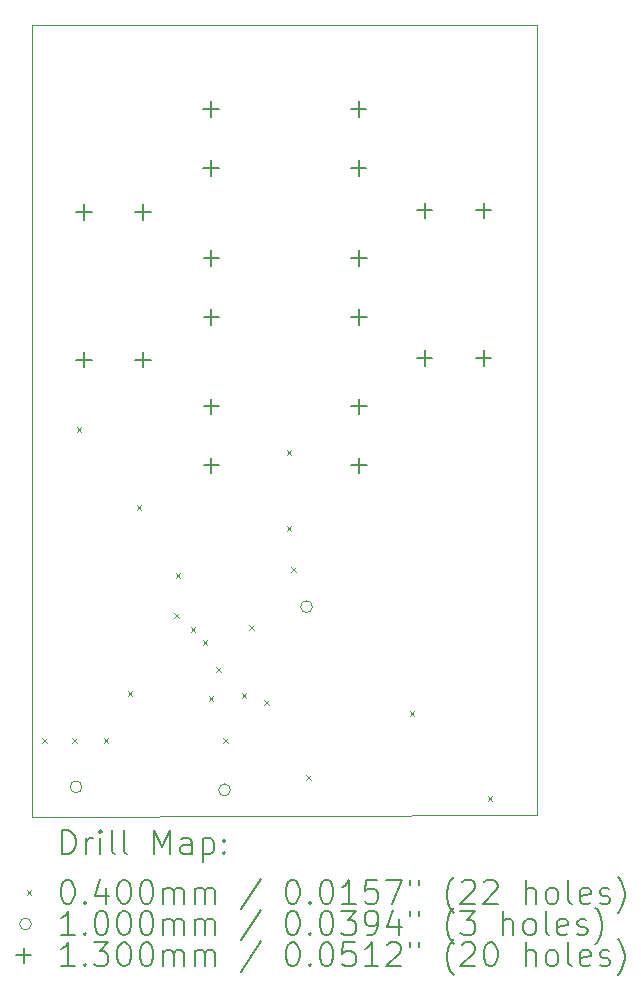
<source format=gbr>
%TF.GenerationSoftware,KiCad,Pcbnew,7.0.10*%
%TF.CreationDate,2024-03-22T23:11:15-04:00*%
%TF.ProjectId,Remote PCB,52656d6f-7465-4205-9043-422e6b696361,rev?*%
%TF.SameCoordinates,Original*%
%TF.FileFunction,Drillmap*%
%TF.FilePolarity,Positive*%
%FSLAX45Y45*%
G04 Gerber Fmt 4.5, Leading zero omitted, Abs format (unit mm)*
G04 Created by KiCad (PCBNEW 7.0.10) date 2024-03-22 23:11:15*
%MOMM*%
%LPD*%
G01*
G04 APERTURE LIST*
%ADD10C,0.100000*%
%ADD11C,0.200000*%
%ADD12C,0.130000*%
G04 APERTURE END LIST*
D10*
X5481400Y-7872300D02*
X1201500Y-7885000D01*
X1201500Y-1179400D01*
X5481400Y-1179400D01*
X5481400Y-7872300D01*
D11*
D10*
X1288100Y-7219000D02*
X1328100Y-7259000D01*
X1328100Y-7219000D02*
X1288100Y-7259000D01*
X1542100Y-7219000D02*
X1582100Y-7259000D01*
X1582100Y-7219000D02*
X1542100Y-7259000D01*
X1580200Y-4590100D02*
X1620200Y-4630100D01*
X1620200Y-4590100D02*
X1580200Y-4630100D01*
X1808800Y-7219000D02*
X1848800Y-7259000D01*
X1848800Y-7219000D02*
X1808800Y-7259000D01*
X2012000Y-6825300D02*
X2052000Y-6865300D01*
X2052000Y-6825300D02*
X2012000Y-6865300D01*
X2088200Y-5250500D02*
X2128200Y-5290500D01*
X2128200Y-5250500D02*
X2088200Y-5290500D01*
X2405700Y-6164900D02*
X2445700Y-6204900D01*
X2445700Y-6164900D02*
X2405700Y-6204900D01*
X2418400Y-5822000D02*
X2458400Y-5862000D01*
X2458400Y-5822000D02*
X2418400Y-5862000D01*
X2545400Y-6279200D02*
X2585400Y-6319200D01*
X2585400Y-6279200D02*
X2545400Y-6319200D01*
X2647000Y-6393500D02*
X2687000Y-6433500D01*
X2687000Y-6393500D02*
X2647000Y-6433500D01*
X2697800Y-6863400D02*
X2737800Y-6903400D01*
X2737800Y-6863400D02*
X2697800Y-6903400D01*
X2761300Y-6622100D02*
X2801300Y-6662100D01*
X2801300Y-6622100D02*
X2761300Y-6662100D01*
X2819200Y-7218100D02*
X2859200Y-7258100D01*
X2859200Y-7218100D02*
X2819200Y-7258100D01*
X2977200Y-6838000D02*
X3017200Y-6878000D01*
X3017200Y-6838000D02*
X2977200Y-6878000D01*
X3040700Y-6266500D02*
X3080700Y-6306500D01*
X3080700Y-6266500D02*
X3040700Y-6306500D01*
X3167700Y-6901500D02*
X3207700Y-6941500D01*
X3207700Y-6901500D02*
X3167700Y-6941500D01*
X3358200Y-4780600D02*
X3398200Y-4820600D01*
X3398200Y-4780600D02*
X3358200Y-4820600D01*
X3358200Y-5428300D02*
X3398200Y-5468300D01*
X3398200Y-5428300D02*
X3358200Y-5468300D01*
X3396300Y-5771200D02*
X3436300Y-5811200D01*
X3436300Y-5771200D02*
X3396300Y-5811200D01*
X3523300Y-7536500D02*
X3563300Y-7576500D01*
X3563300Y-7536500D02*
X3523300Y-7576500D01*
X4399600Y-6990400D02*
X4439600Y-7030400D01*
X4439600Y-6990400D02*
X4399600Y-7030400D01*
X5060000Y-7714300D02*
X5100000Y-7754300D01*
X5100000Y-7714300D02*
X5060000Y-7754300D01*
X1624800Y-7632700D02*
G75*
G03*
X1524800Y-7632700I-50000J0D01*
G01*
X1524800Y-7632700D02*
G75*
G03*
X1624800Y-7632700I50000J0D01*
G01*
X2882100Y-7658100D02*
G75*
G03*
X2782100Y-7658100I-50000J0D01*
G01*
X2782100Y-7658100D02*
G75*
G03*
X2882100Y-7658100I50000J0D01*
G01*
X3575600Y-6107000D02*
G75*
G03*
X3475600Y-6107000I-50000J0D01*
G01*
X3475600Y-6107000D02*
G75*
G03*
X3575600Y-6107000I50000J0D01*
G01*
D12*
X1642300Y-2699900D02*
X1642300Y-2829900D01*
X1577300Y-2764900D02*
X1707300Y-2764900D01*
X1642300Y-3949900D02*
X1642300Y-4079900D01*
X1577300Y-4014900D02*
X1707300Y-4014900D01*
X2142300Y-2699900D02*
X2142300Y-2829900D01*
X2077300Y-2764900D02*
X2207300Y-2764900D01*
X2142300Y-3949900D02*
X2142300Y-4079900D01*
X2077300Y-4014900D02*
X2207300Y-4014900D01*
X2716100Y-1827300D02*
X2716100Y-1957300D01*
X2651100Y-1892300D02*
X2781100Y-1892300D01*
X2716100Y-2327300D02*
X2716100Y-2457300D01*
X2651100Y-2392300D02*
X2781100Y-2392300D01*
X2719800Y-3089800D02*
X2719800Y-3219800D01*
X2654800Y-3154800D02*
X2784800Y-3154800D01*
X2719800Y-3589800D02*
X2719800Y-3719800D01*
X2654800Y-3654800D02*
X2784800Y-3654800D01*
X2719800Y-4345900D02*
X2719800Y-4475900D01*
X2654800Y-4410900D02*
X2784800Y-4410900D01*
X2719800Y-4845900D02*
X2719800Y-4975900D01*
X2654800Y-4910900D02*
X2784800Y-4910900D01*
X3966100Y-1827300D02*
X3966100Y-1957300D01*
X3901100Y-1892300D02*
X4031100Y-1892300D01*
X3966100Y-2327300D02*
X3966100Y-2457300D01*
X3901100Y-2392300D02*
X4031100Y-2392300D01*
X3969800Y-3089800D02*
X3969800Y-3219800D01*
X3904800Y-3154800D02*
X4034800Y-3154800D01*
X3969800Y-3589800D02*
X3969800Y-3719800D01*
X3904800Y-3654800D02*
X4034800Y-3654800D01*
X3969800Y-4345900D02*
X3969800Y-4475900D01*
X3904800Y-4410900D02*
X4034800Y-4410900D01*
X3969800Y-4845900D02*
X3969800Y-4975900D01*
X3904800Y-4910900D02*
X4034800Y-4910900D01*
X4525200Y-2687200D02*
X4525200Y-2817200D01*
X4460200Y-2752200D02*
X4590200Y-2752200D01*
X4525200Y-3937200D02*
X4525200Y-4067200D01*
X4460200Y-4002200D02*
X4590200Y-4002200D01*
X5025200Y-2687200D02*
X5025200Y-2817200D01*
X4960200Y-2752200D02*
X5090200Y-2752200D01*
X5025200Y-3937200D02*
X5025200Y-4067200D01*
X4960200Y-4002200D02*
X5090200Y-4002200D01*
D11*
X1457277Y-8201484D02*
X1457277Y-8001484D01*
X1457277Y-8001484D02*
X1504896Y-8001484D01*
X1504896Y-8001484D02*
X1533467Y-8011008D01*
X1533467Y-8011008D02*
X1552515Y-8030055D01*
X1552515Y-8030055D02*
X1562039Y-8049103D01*
X1562039Y-8049103D02*
X1571562Y-8087198D01*
X1571562Y-8087198D02*
X1571562Y-8115769D01*
X1571562Y-8115769D02*
X1562039Y-8153865D01*
X1562039Y-8153865D02*
X1552515Y-8172912D01*
X1552515Y-8172912D02*
X1533467Y-8191960D01*
X1533467Y-8191960D02*
X1504896Y-8201484D01*
X1504896Y-8201484D02*
X1457277Y-8201484D01*
X1657277Y-8201484D02*
X1657277Y-8068150D01*
X1657277Y-8106246D02*
X1666801Y-8087198D01*
X1666801Y-8087198D02*
X1676324Y-8077674D01*
X1676324Y-8077674D02*
X1695372Y-8068150D01*
X1695372Y-8068150D02*
X1714420Y-8068150D01*
X1781086Y-8201484D02*
X1781086Y-8068150D01*
X1781086Y-8001484D02*
X1771562Y-8011008D01*
X1771562Y-8011008D02*
X1781086Y-8020531D01*
X1781086Y-8020531D02*
X1790610Y-8011008D01*
X1790610Y-8011008D02*
X1781086Y-8001484D01*
X1781086Y-8001484D02*
X1781086Y-8020531D01*
X1904896Y-8201484D02*
X1885848Y-8191960D01*
X1885848Y-8191960D02*
X1876324Y-8172912D01*
X1876324Y-8172912D02*
X1876324Y-8001484D01*
X2009658Y-8201484D02*
X1990610Y-8191960D01*
X1990610Y-8191960D02*
X1981086Y-8172912D01*
X1981086Y-8172912D02*
X1981086Y-8001484D01*
X2238229Y-8201484D02*
X2238229Y-8001484D01*
X2238229Y-8001484D02*
X2304896Y-8144341D01*
X2304896Y-8144341D02*
X2371563Y-8001484D01*
X2371563Y-8001484D02*
X2371563Y-8201484D01*
X2552515Y-8201484D02*
X2552515Y-8096722D01*
X2552515Y-8096722D02*
X2542991Y-8077674D01*
X2542991Y-8077674D02*
X2523944Y-8068150D01*
X2523944Y-8068150D02*
X2485848Y-8068150D01*
X2485848Y-8068150D02*
X2466801Y-8077674D01*
X2552515Y-8191960D02*
X2533467Y-8201484D01*
X2533467Y-8201484D02*
X2485848Y-8201484D01*
X2485848Y-8201484D02*
X2466801Y-8191960D01*
X2466801Y-8191960D02*
X2457277Y-8172912D01*
X2457277Y-8172912D02*
X2457277Y-8153865D01*
X2457277Y-8153865D02*
X2466801Y-8134817D01*
X2466801Y-8134817D02*
X2485848Y-8125293D01*
X2485848Y-8125293D02*
X2533467Y-8125293D01*
X2533467Y-8125293D02*
X2552515Y-8115769D01*
X2647753Y-8068150D02*
X2647753Y-8268150D01*
X2647753Y-8077674D02*
X2666801Y-8068150D01*
X2666801Y-8068150D02*
X2704896Y-8068150D01*
X2704896Y-8068150D02*
X2723944Y-8077674D01*
X2723944Y-8077674D02*
X2733467Y-8087198D01*
X2733467Y-8087198D02*
X2742991Y-8106246D01*
X2742991Y-8106246D02*
X2742991Y-8163388D01*
X2742991Y-8163388D02*
X2733467Y-8182436D01*
X2733467Y-8182436D02*
X2723944Y-8191960D01*
X2723944Y-8191960D02*
X2704896Y-8201484D01*
X2704896Y-8201484D02*
X2666801Y-8201484D01*
X2666801Y-8201484D02*
X2647753Y-8191960D01*
X2828705Y-8182436D02*
X2838229Y-8191960D01*
X2838229Y-8191960D02*
X2828705Y-8201484D01*
X2828705Y-8201484D02*
X2819182Y-8191960D01*
X2819182Y-8191960D02*
X2828705Y-8182436D01*
X2828705Y-8182436D02*
X2828705Y-8201484D01*
X2828705Y-8077674D02*
X2838229Y-8087198D01*
X2838229Y-8087198D02*
X2828705Y-8096722D01*
X2828705Y-8096722D02*
X2819182Y-8087198D01*
X2819182Y-8087198D02*
X2828705Y-8077674D01*
X2828705Y-8077674D02*
X2828705Y-8096722D01*
D10*
X1156500Y-8510000D02*
X1196500Y-8550000D01*
X1196500Y-8510000D02*
X1156500Y-8550000D01*
D11*
X1495372Y-8421484D02*
X1514420Y-8421484D01*
X1514420Y-8421484D02*
X1533467Y-8431008D01*
X1533467Y-8431008D02*
X1542991Y-8440531D01*
X1542991Y-8440531D02*
X1552515Y-8459579D01*
X1552515Y-8459579D02*
X1562039Y-8497674D01*
X1562039Y-8497674D02*
X1562039Y-8545293D01*
X1562039Y-8545293D02*
X1552515Y-8583389D01*
X1552515Y-8583389D02*
X1542991Y-8602436D01*
X1542991Y-8602436D02*
X1533467Y-8611960D01*
X1533467Y-8611960D02*
X1514420Y-8621484D01*
X1514420Y-8621484D02*
X1495372Y-8621484D01*
X1495372Y-8621484D02*
X1476324Y-8611960D01*
X1476324Y-8611960D02*
X1466801Y-8602436D01*
X1466801Y-8602436D02*
X1457277Y-8583389D01*
X1457277Y-8583389D02*
X1447753Y-8545293D01*
X1447753Y-8545293D02*
X1447753Y-8497674D01*
X1447753Y-8497674D02*
X1457277Y-8459579D01*
X1457277Y-8459579D02*
X1466801Y-8440531D01*
X1466801Y-8440531D02*
X1476324Y-8431008D01*
X1476324Y-8431008D02*
X1495372Y-8421484D01*
X1647753Y-8602436D02*
X1657277Y-8611960D01*
X1657277Y-8611960D02*
X1647753Y-8621484D01*
X1647753Y-8621484D02*
X1638229Y-8611960D01*
X1638229Y-8611960D02*
X1647753Y-8602436D01*
X1647753Y-8602436D02*
X1647753Y-8621484D01*
X1828705Y-8488150D02*
X1828705Y-8621484D01*
X1781086Y-8411960D02*
X1733467Y-8554817D01*
X1733467Y-8554817D02*
X1857277Y-8554817D01*
X1971562Y-8421484D02*
X1990610Y-8421484D01*
X1990610Y-8421484D02*
X2009658Y-8431008D01*
X2009658Y-8431008D02*
X2019182Y-8440531D01*
X2019182Y-8440531D02*
X2028705Y-8459579D01*
X2028705Y-8459579D02*
X2038229Y-8497674D01*
X2038229Y-8497674D02*
X2038229Y-8545293D01*
X2038229Y-8545293D02*
X2028705Y-8583389D01*
X2028705Y-8583389D02*
X2019182Y-8602436D01*
X2019182Y-8602436D02*
X2009658Y-8611960D01*
X2009658Y-8611960D02*
X1990610Y-8621484D01*
X1990610Y-8621484D02*
X1971562Y-8621484D01*
X1971562Y-8621484D02*
X1952515Y-8611960D01*
X1952515Y-8611960D02*
X1942991Y-8602436D01*
X1942991Y-8602436D02*
X1933467Y-8583389D01*
X1933467Y-8583389D02*
X1923943Y-8545293D01*
X1923943Y-8545293D02*
X1923943Y-8497674D01*
X1923943Y-8497674D02*
X1933467Y-8459579D01*
X1933467Y-8459579D02*
X1942991Y-8440531D01*
X1942991Y-8440531D02*
X1952515Y-8431008D01*
X1952515Y-8431008D02*
X1971562Y-8421484D01*
X2162039Y-8421484D02*
X2181086Y-8421484D01*
X2181086Y-8421484D02*
X2200134Y-8431008D01*
X2200134Y-8431008D02*
X2209658Y-8440531D01*
X2209658Y-8440531D02*
X2219182Y-8459579D01*
X2219182Y-8459579D02*
X2228705Y-8497674D01*
X2228705Y-8497674D02*
X2228705Y-8545293D01*
X2228705Y-8545293D02*
X2219182Y-8583389D01*
X2219182Y-8583389D02*
X2209658Y-8602436D01*
X2209658Y-8602436D02*
X2200134Y-8611960D01*
X2200134Y-8611960D02*
X2181086Y-8621484D01*
X2181086Y-8621484D02*
X2162039Y-8621484D01*
X2162039Y-8621484D02*
X2142991Y-8611960D01*
X2142991Y-8611960D02*
X2133467Y-8602436D01*
X2133467Y-8602436D02*
X2123944Y-8583389D01*
X2123944Y-8583389D02*
X2114420Y-8545293D01*
X2114420Y-8545293D02*
X2114420Y-8497674D01*
X2114420Y-8497674D02*
X2123944Y-8459579D01*
X2123944Y-8459579D02*
X2133467Y-8440531D01*
X2133467Y-8440531D02*
X2142991Y-8431008D01*
X2142991Y-8431008D02*
X2162039Y-8421484D01*
X2314420Y-8621484D02*
X2314420Y-8488150D01*
X2314420Y-8507198D02*
X2323944Y-8497674D01*
X2323944Y-8497674D02*
X2342991Y-8488150D01*
X2342991Y-8488150D02*
X2371563Y-8488150D01*
X2371563Y-8488150D02*
X2390610Y-8497674D01*
X2390610Y-8497674D02*
X2400134Y-8516722D01*
X2400134Y-8516722D02*
X2400134Y-8621484D01*
X2400134Y-8516722D02*
X2409658Y-8497674D01*
X2409658Y-8497674D02*
X2428705Y-8488150D01*
X2428705Y-8488150D02*
X2457277Y-8488150D01*
X2457277Y-8488150D02*
X2476325Y-8497674D01*
X2476325Y-8497674D02*
X2485848Y-8516722D01*
X2485848Y-8516722D02*
X2485848Y-8621484D01*
X2581086Y-8621484D02*
X2581086Y-8488150D01*
X2581086Y-8507198D02*
X2590610Y-8497674D01*
X2590610Y-8497674D02*
X2609658Y-8488150D01*
X2609658Y-8488150D02*
X2638229Y-8488150D01*
X2638229Y-8488150D02*
X2657277Y-8497674D01*
X2657277Y-8497674D02*
X2666801Y-8516722D01*
X2666801Y-8516722D02*
X2666801Y-8621484D01*
X2666801Y-8516722D02*
X2676325Y-8497674D01*
X2676325Y-8497674D02*
X2695372Y-8488150D01*
X2695372Y-8488150D02*
X2723944Y-8488150D01*
X2723944Y-8488150D02*
X2742991Y-8497674D01*
X2742991Y-8497674D02*
X2752515Y-8516722D01*
X2752515Y-8516722D02*
X2752515Y-8621484D01*
X3142991Y-8411960D02*
X2971563Y-8669103D01*
X3400134Y-8421484D02*
X3419182Y-8421484D01*
X3419182Y-8421484D02*
X3438229Y-8431008D01*
X3438229Y-8431008D02*
X3447753Y-8440531D01*
X3447753Y-8440531D02*
X3457277Y-8459579D01*
X3457277Y-8459579D02*
X3466801Y-8497674D01*
X3466801Y-8497674D02*
X3466801Y-8545293D01*
X3466801Y-8545293D02*
X3457277Y-8583389D01*
X3457277Y-8583389D02*
X3447753Y-8602436D01*
X3447753Y-8602436D02*
X3438229Y-8611960D01*
X3438229Y-8611960D02*
X3419182Y-8621484D01*
X3419182Y-8621484D02*
X3400134Y-8621484D01*
X3400134Y-8621484D02*
X3381086Y-8611960D01*
X3381086Y-8611960D02*
X3371563Y-8602436D01*
X3371563Y-8602436D02*
X3362039Y-8583389D01*
X3362039Y-8583389D02*
X3352515Y-8545293D01*
X3352515Y-8545293D02*
X3352515Y-8497674D01*
X3352515Y-8497674D02*
X3362039Y-8459579D01*
X3362039Y-8459579D02*
X3371563Y-8440531D01*
X3371563Y-8440531D02*
X3381086Y-8431008D01*
X3381086Y-8431008D02*
X3400134Y-8421484D01*
X3552515Y-8602436D02*
X3562039Y-8611960D01*
X3562039Y-8611960D02*
X3552515Y-8621484D01*
X3552515Y-8621484D02*
X3542991Y-8611960D01*
X3542991Y-8611960D02*
X3552515Y-8602436D01*
X3552515Y-8602436D02*
X3552515Y-8621484D01*
X3685848Y-8421484D02*
X3704896Y-8421484D01*
X3704896Y-8421484D02*
X3723944Y-8431008D01*
X3723944Y-8431008D02*
X3733467Y-8440531D01*
X3733467Y-8440531D02*
X3742991Y-8459579D01*
X3742991Y-8459579D02*
X3752515Y-8497674D01*
X3752515Y-8497674D02*
X3752515Y-8545293D01*
X3752515Y-8545293D02*
X3742991Y-8583389D01*
X3742991Y-8583389D02*
X3733467Y-8602436D01*
X3733467Y-8602436D02*
X3723944Y-8611960D01*
X3723944Y-8611960D02*
X3704896Y-8621484D01*
X3704896Y-8621484D02*
X3685848Y-8621484D01*
X3685848Y-8621484D02*
X3666801Y-8611960D01*
X3666801Y-8611960D02*
X3657277Y-8602436D01*
X3657277Y-8602436D02*
X3647753Y-8583389D01*
X3647753Y-8583389D02*
X3638229Y-8545293D01*
X3638229Y-8545293D02*
X3638229Y-8497674D01*
X3638229Y-8497674D02*
X3647753Y-8459579D01*
X3647753Y-8459579D02*
X3657277Y-8440531D01*
X3657277Y-8440531D02*
X3666801Y-8431008D01*
X3666801Y-8431008D02*
X3685848Y-8421484D01*
X3942991Y-8621484D02*
X3828706Y-8621484D01*
X3885848Y-8621484D02*
X3885848Y-8421484D01*
X3885848Y-8421484D02*
X3866801Y-8450055D01*
X3866801Y-8450055D02*
X3847753Y-8469103D01*
X3847753Y-8469103D02*
X3828706Y-8478627D01*
X4123944Y-8421484D02*
X4028706Y-8421484D01*
X4028706Y-8421484D02*
X4019182Y-8516722D01*
X4019182Y-8516722D02*
X4028706Y-8507198D01*
X4028706Y-8507198D02*
X4047753Y-8497674D01*
X4047753Y-8497674D02*
X4095372Y-8497674D01*
X4095372Y-8497674D02*
X4114420Y-8507198D01*
X4114420Y-8507198D02*
X4123944Y-8516722D01*
X4123944Y-8516722D02*
X4133467Y-8535770D01*
X4133467Y-8535770D02*
X4133467Y-8583389D01*
X4133467Y-8583389D02*
X4123944Y-8602436D01*
X4123944Y-8602436D02*
X4114420Y-8611960D01*
X4114420Y-8611960D02*
X4095372Y-8621484D01*
X4095372Y-8621484D02*
X4047753Y-8621484D01*
X4047753Y-8621484D02*
X4028706Y-8611960D01*
X4028706Y-8611960D02*
X4019182Y-8602436D01*
X4200134Y-8421484D02*
X4333468Y-8421484D01*
X4333468Y-8421484D02*
X4247753Y-8621484D01*
X4400134Y-8421484D02*
X4400134Y-8459579D01*
X4476325Y-8421484D02*
X4476325Y-8459579D01*
X4771563Y-8697674D02*
X4762039Y-8688150D01*
X4762039Y-8688150D02*
X4742991Y-8659579D01*
X4742991Y-8659579D02*
X4733468Y-8640531D01*
X4733468Y-8640531D02*
X4723944Y-8611960D01*
X4723944Y-8611960D02*
X4714420Y-8564341D01*
X4714420Y-8564341D02*
X4714420Y-8526246D01*
X4714420Y-8526246D02*
X4723944Y-8478627D01*
X4723944Y-8478627D02*
X4733468Y-8450055D01*
X4733468Y-8450055D02*
X4742991Y-8431008D01*
X4742991Y-8431008D02*
X4762039Y-8402436D01*
X4762039Y-8402436D02*
X4771563Y-8392912D01*
X4838230Y-8440531D02*
X4847753Y-8431008D01*
X4847753Y-8431008D02*
X4866801Y-8421484D01*
X4866801Y-8421484D02*
X4914420Y-8421484D01*
X4914420Y-8421484D02*
X4933468Y-8431008D01*
X4933468Y-8431008D02*
X4942991Y-8440531D01*
X4942991Y-8440531D02*
X4952515Y-8459579D01*
X4952515Y-8459579D02*
X4952515Y-8478627D01*
X4952515Y-8478627D02*
X4942991Y-8507198D01*
X4942991Y-8507198D02*
X4828706Y-8621484D01*
X4828706Y-8621484D02*
X4952515Y-8621484D01*
X5028706Y-8440531D02*
X5038230Y-8431008D01*
X5038230Y-8431008D02*
X5057277Y-8421484D01*
X5057277Y-8421484D02*
X5104896Y-8421484D01*
X5104896Y-8421484D02*
X5123944Y-8431008D01*
X5123944Y-8431008D02*
X5133468Y-8440531D01*
X5133468Y-8440531D02*
X5142991Y-8459579D01*
X5142991Y-8459579D02*
X5142991Y-8478627D01*
X5142991Y-8478627D02*
X5133468Y-8507198D01*
X5133468Y-8507198D02*
X5019182Y-8621484D01*
X5019182Y-8621484D02*
X5142991Y-8621484D01*
X5381087Y-8621484D02*
X5381087Y-8421484D01*
X5466801Y-8621484D02*
X5466801Y-8516722D01*
X5466801Y-8516722D02*
X5457277Y-8497674D01*
X5457277Y-8497674D02*
X5438230Y-8488150D01*
X5438230Y-8488150D02*
X5409658Y-8488150D01*
X5409658Y-8488150D02*
X5390611Y-8497674D01*
X5390611Y-8497674D02*
X5381087Y-8507198D01*
X5590611Y-8621484D02*
X5571563Y-8611960D01*
X5571563Y-8611960D02*
X5562039Y-8602436D01*
X5562039Y-8602436D02*
X5552515Y-8583389D01*
X5552515Y-8583389D02*
X5552515Y-8526246D01*
X5552515Y-8526246D02*
X5562039Y-8507198D01*
X5562039Y-8507198D02*
X5571563Y-8497674D01*
X5571563Y-8497674D02*
X5590611Y-8488150D01*
X5590611Y-8488150D02*
X5619182Y-8488150D01*
X5619182Y-8488150D02*
X5638230Y-8497674D01*
X5638230Y-8497674D02*
X5647753Y-8507198D01*
X5647753Y-8507198D02*
X5657277Y-8526246D01*
X5657277Y-8526246D02*
X5657277Y-8583389D01*
X5657277Y-8583389D02*
X5647753Y-8602436D01*
X5647753Y-8602436D02*
X5638230Y-8611960D01*
X5638230Y-8611960D02*
X5619182Y-8621484D01*
X5619182Y-8621484D02*
X5590611Y-8621484D01*
X5771563Y-8621484D02*
X5752515Y-8611960D01*
X5752515Y-8611960D02*
X5742991Y-8592912D01*
X5742991Y-8592912D02*
X5742991Y-8421484D01*
X5923944Y-8611960D02*
X5904896Y-8621484D01*
X5904896Y-8621484D02*
X5866801Y-8621484D01*
X5866801Y-8621484D02*
X5847753Y-8611960D01*
X5847753Y-8611960D02*
X5838230Y-8592912D01*
X5838230Y-8592912D02*
X5838230Y-8516722D01*
X5838230Y-8516722D02*
X5847753Y-8497674D01*
X5847753Y-8497674D02*
X5866801Y-8488150D01*
X5866801Y-8488150D02*
X5904896Y-8488150D01*
X5904896Y-8488150D02*
X5923944Y-8497674D01*
X5923944Y-8497674D02*
X5933468Y-8516722D01*
X5933468Y-8516722D02*
X5933468Y-8535770D01*
X5933468Y-8535770D02*
X5838230Y-8554817D01*
X6009658Y-8611960D02*
X6028706Y-8621484D01*
X6028706Y-8621484D02*
X6066801Y-8621484D01*
X6066801Y-8621484D02*
X6085849Y-8611960D01*
X6085849Y-8611960D02*
X6095372Y-8592912D01*
X6095372Y-8592912D02*
X6095372Y-8583389D01*
X6095372Y-8583389D02*
X6085849Y-8564341D01*
X6085849Y-8564341D02*
X6066801Y-8554817D01*
X6066801Y-8554817D02*
X6038230Y-8554817D01*
X6038230Y-8554817D02*
X6019182Y-8545293D01*
X6019182Y-8545293D02*
X6009658Y-8526246D01*
X6009658Y-8526246D02*
X6009658Y-8516722D01*
X6009658Y-8516722D02*
X6019182Y-8497674D01*
X6019182Y-8497674D02*
X6038230Y-8488150D01*
X6038230Y-8488150D02*
X6066801Y-8488150D01*
X6066801Y-8488150D02*
X6085849Y-8497674D01*
X6162039Y-8697674D02*
X6171563Y-8688150D01*
X6171563Y-8688150D02*
X6190611Y-8659579D01*
X6190611Y-8659579D02*
X6200134Y-8640531D01*
X6200134Y-8640531D02*
X6209658Y-8611960D01*
X6209658Y-8611960D02*
X6219182Y-8564341D01*
X6219182Y-8564341D02*
X6219182Y-8526246D01*
X6219182Y-8526246D02*
X6209658Y-8478627D01*
X6209658Y-8478627D02*
X6200134Y-8450055D01*
X6200134Y-8450055D02*
X6190611Y-8431008D01*
X6190611Y-8431008D02*
X6171563Y-8402436D01*
X6171563Y-8402436D02*
X6162039Y-8392912D01*
D10*
X1196500Y-8794000D02*
G75*
G03*
X1096500Y-8794000I-50000J0D01*
G01*
X1096500Y-8794000D02*
G75*
G03*
X1196500Y-8794000I50000J0D01*
G01*
D11*
X1562039Y-8885484D02*
X1447753Y-8885484D01*
X1504896Y-8885484D02*
X1504896Y-8685484D01*
X1504896Y-8685484D02*
X1485848Y-8714055D01*
X1485848Y-8714055D02*
X1466801Y-8733103D01*
X1466801Y-8733103D02*
X1447753Y-8742627D01*
X1647753Y-8866436D02*
X1657277Y-8875960D01*
X1657277Y-8875960D02*
X1647753Y-8885484D01*
X1647753Y-8885484D02*
X1638229Y-8875960D01*
X1638229Y-8875960D02*
X1647753Y-8866436D01*
X1647753Y-8866436D02*
X1647753Y-8885484D01*
X1781086Y-8685484D02*
X1800134Y-8685484D01*
X1800134Y-8685484D02*
X1819182Y-8695008D01*
X1819182Y-8695008D02*
X1828705Y-8704531D01*
X1828705Y-8704531D02*
X1838229Y-8723579D01*
X1838229Y-8723579D02*
X1847753Y-8761674D01*
X1847753Y-8761674D02*
X1847753Y-8809293D01*
X1847753Y-8809293D02*
X1838229Y-8847389D01*
X1838229Y-8847389D02*
X1828705Y-8866436D01*
X1828705Y-8866436D02*
X1819182Y-8875960D01*
X1819182Y-8875960D02*
X1800134Y-8885484D01*
X1800134Y-8885484D02*
X1781086Y-8885484D01*
X1781086Y-8885484D02*
X1762039Y-8875960D01*
X1762039Y-8875960D02*
X1752515Y-8866436D01*
X1752515Y-8866436D02*
X1742991Y-8847389D01*
X1742991Y-8847389D02*
X1733467Y-8809293D01*
X1733467Y-8809293D02*
X1733467Y-8761674D01*
X1733467Y-8761674D02*
X1742991Y-8723579D01*
X1742991Y-8723579D02*
X1752515Y-8704531D01*
X1752515Y-8704531D02*
X1762039Y-8695008D01*
X1762039Y-8695008D02*
X1781086Y-8685484D01*
X1971562Y-8685484D02*
X1990610Y-8685484D01*
X1990610Y-8685484D02*
X2009658Y-8695008D01*
X2009658Y-8695008D02*
X2019182Y-8704531D01*
X2019182Y-8704531D02*
X2028705Y-8723579D01*
X2028705Y-8723579D02*
X2038229Y-8761674D01*
X2038229Y-8761674D02*
X2038229Y-8809293D01*
X2038229Y-8809293D02*
X2028705Y-8847389D01*
X2028705Y-8847389D02*
X2019182Y-8866436D01*
X2019182Y-8866436D02*
X2009658Y-8875960D01*
X2009658Y-8875960D02*
X1990610Y-8885484D01*
X1990610Y-8885484D02*
X1971562Y-8885484D01*
X1971562Y-8885484D02*
X1952515Y-8875960D01*
X1952515Y-8875960D02*
X1942991Y-8866436D01*
X1942991Y-8866436D02*
X1933467Y-8847389D01*
X1933467Y-8847389D02*
X1923943Y-8809293D01*
X1923943Y-8809293D02*
X1923943Y-8761674D01*
X1923943Y-8761674D02*
X1933467Y-8723579D01*
X1933467Y-8723579D02*
X1942991Y-8704531D01*
X1942991Y-8704531D02*
X1952515Y-8695008D01*
X1952515Y-8695008D02*
X1971562Y-8685484D01*
X2162039Y-8685484D02*
X2181086Y-8685484D01*
X2181086Y-8685484D02*
X2200134Y-8695008D01*
X2200134Y-8695008D02*
X2209658Y-8704531D01*
X2209658Y-8704531D02*
X2219182Y-8723579D01*
X2219182Y-8723579D02*
X2228705Y-8761674D01*
X2228705Y-8761674D02*
X2228705Y-8809293D01*
X2228705Y-8809293D02*
X2219182Y-8847389D01*
X2219182Y-8847389D02*
X2209658Y-8866436D01*
X2209658Y-8866436D02*
X2200134Y-8875960D01*
X2200134Y-8875960D02*
X2181086Y-8885484D01*
X2181086Y-8885484D02*
X2162039Y-8885484D01*
X2162039Y-8885484D02*
X2142991Y-8875960D01*
X2142991Y-8875960D02*
X2133467Y-8866436D01*
X2133467Y-8866436D02*
X2123944Y-8847389D01*
X2123944Y-8847389D02*
X2114420Y-8809293D01*
X2114420Y-8809293D02*
X2114420Y-8761674D01*
X2114420Y-8761674D02*
X2123944Y-8723579D01*
X2123944Y-8723579D02*
X2133467Y-8704531D01*
X2133467Y-8704531D02*
X2142991Y-8695008D01*
X2142991Y-8695008D02*
X2162039Y-8685484D01*
X2314420Y-8885484D02*
X2314420Y-8752150D01*
X2314420Y-8771198D02*
X2323944Y-8761674D01*
X2323944Y-8761674D02*
X2342991Y-8752150D01*
X2342991Y-8752150D02*
X2371563Y-8752150D01*
X2371563Y-8752150D02*
X2390610Y-8761674D01*
X2390610Y-8761674D02*
X2400134Y-8780722D01*
X2400134Y-8780722D02*
X2400134Y-8885484D01*
X2400134Y-8780722D02*
X2409658Y-8761674D01*
X2409658Y-8761674D02*
X2428705Y-8752150D01*
X2428705Y-8752150D02*
X2457277Y-8752150D01*
X2457277Y-8752150D02*
X2476325Y-8761674D01*
X2476325Y-8761674D02*
X2485848Y-8780722D01*
X2485848Y-8780722D02*
X2485848Y-8885484D01*
X2581086Y-8885484D02*
X2581086Y-8752150D01*
X2581086Y-8771198D02*
X2590610Y-8761674D01*
X2590610Y-8761674D02*
X2609658Y-8752150D01*
X2609658Y-8752150D02*
X2638229Y-8752150D01*
X2638229Y-8752150D02*
X2657277Y-8761674D01*
X2657277Y-8761674D02*
X2666801Y-8780722D01*
X2666801Y-8780722D02*
X2666801Y-8885484D01*
X2666801Y-8780722D02*
X2676325Y-8761674D01*
X2676325Y-8761674D02*
X2695372Y-8752150D01*
X2695372Y-8752150D02*
X2723944Y-8752150D01*
X2723944Y-8752150D02*
X2742991Y-8761674D01*
X2742991Y-8761674D02*
X2752515Y-8780722D01*
X2752515Y-8780722D02*
X2752515Y-8885484D01*
X3142991Y-8675960D02*
X2971563Y-8933103D01*
X3400134Y-8685484D02*
X3419182Y-8685484D01*
X3419182Y-8685484D02*
X3438229Y-8695008D01*
X3438229Y-8695008D02*
X3447753Y-8704531D01*
X3447753Y-8704531D02*
X3457277Y-8723579D01*
X3457277Y-8723579D02*
X3466801Y-8761674D01*
X3466801Y-8761674D02*
X3466801Y-8809293D01*
X3466801Y-8809293D02*
X3457277Y-8847389D01*
X3457277Y-8847389D02*
X3447753Y-8866436D01*
X3447753Y-8866436D02*
X3438229Y-8875960D01*
X3438229Y-8875960D02*
X3419182Y-8885484D01*
X3419182Y-8885484D02*
X3400134Y-8885484D01*
X3400134Y-8885484D02*
X3381086Y-8875960D01*
X3381086Y-8875960D02*
X3371563Y-8866436D01*
X3371563Y-8866436D02*
X3362039Y-8847389D01*
X3362039Y-8847389D02*
X3352515Y-8809293D01*
X3352515Y-8809293D02*
X3352515Y-8761674D01*
X3352515Y-8761674D02*
X3362039Y-8723579D01*
X3362039Y-8723579D02*
X3371563Y-8704531D01*
X3371563Y-8704531D02*
X3381086Y-8695008D01*
X3381086Y-8695008D02*
X3400134Y-8685484D01*
X3552515Y-8866436D02*
X3562039Y-8875960D01*
X3562039Y-8875960D02*
X3552515Y-8885484D01*
X3552515Y-8885484D02*
X3542991Y-8875960D01*
X3542991Y-8875960D02*
X3552515Y-8866436D01*
X3552515Y-8866436D02*
X3552515Y-8885484D01*
X3685848Y-8685484D02*
X3704896Y-8685484D01*
X3704896Y-8685484D02*
X3723944Y-8695008D01*
X3723944Y-8695008D02*
X3733467Y-8704531D01*
X3733467Y-8704531D02*
X3742991Y-8723579D01*
X3742991Y-8723579D02*
X3752515Y-8761674D01*
X3752515Y-8761674D02*
X3752515Y-8809293D01*
X3752515Y-8809293D02*
X3742991Y-8847389D01*
X3742991Y-8847389D02*
X3733467Y-8866436D01*
X3733467Y-8866436D02*
X3723944Y-8875960D01*
X3723944Y-8875960D02*
X3704896Y-8885484D01*
X3704896Y-8885484D02*
X3685848Y-8885484D01*
X3685848Y-8885484D02*
X3666801Y-8875960D01*
X3666801Y-8875960D02*
X3657277Y-8866436D01*
X3657277Y-8866436D02*
X3647753Y-8847389D01*
X3647753Y-8847389D02*
X3638229Y-8809293D01*
X3638229Y-8809293D02*
X3638229Y-8761674D01*
X3638229Y-8761674D02*
X3647753Y-8723579D01*
X3647753Y-8723579D02*
X3657277Y-8704531D01*
X3657277Y-8704531D02*
X3666801Y-8695008D01*
X3666801Y-8695008D02*
X3685848Y-8685484D01*
X3819182Y-8685484D02*
X3942991Y-8685484D01*
X3942991Y-8685484D02*
X3876325Y-8761674D01*
X3876325Y-8761674D02*
X3904896Y-8761674D01*
X3904896Y-8761674D02*
X3923944Y-8771198D01*
X3923944Y-8771198D02*
X3933467Y-8780722D01*
X3933467Y-8780722D02*
X3942991Y-8799770D01*
X3942991Y-8799770D02*
X3942991Y-8847389D01*
X3942991Y-8847389D02*
X3933467Y-8866436D01*
X3933467Y-8866436D02*
X3923944Y-8875960D01*
X3923944Y-8875960D02*
X3904896Y-8885484D01*
X3904896Y-8885484D02*
X3847753Y-8885484D01*
X3847753Y-8885484D02*
X3828706Y-8875960D01*
X3828706Y-8875960D02*
X3819182Y-8866436D01*
X4038229Y-8885484D02*
X4076325Y-8885484D01*
X4076325Y-8885484D02*
X4095372Y-8875960D01*
X4095372Y-8875960D02*
X4104896Y-8866436D01*
X4104896Y-8866436D02*
X4123944Y-8837865D01*
X4123944Y-8837865D02*
X4133467Y-8799770D01*
X4133467Y-8799770D02*
X4133467Y-8723579D01*
X4133467Y-8723579D02*
X4123944Y-8704531D01*
X4123944Y-8704531D02*
X4114420Y-8695008D01*
X4114420Y-8695008D02*
X4095372Y-8685484D01*
X4095372Y-8685484D02*
X4057277Y-8685484D01*
X4057277Y-8685484D02*
X4038229Y-8695008D01*
X4038229Y-8695008D02*
X4028706Y-8704531D01*
X4028706Y-8704531D02*
X4019182Y-8723579D01*
X4019182Y-8723579D02*
X4019182Y-8771198D01*
X4019182Y-8771198D02*
X4028706Y-8790246D01*
X4028706Y-8790246D02*
X4038229Y-8799770D01*
X4038229Y-8799770D02*
X4057277Y-8809293D01*
X4057277Y-8809293D02*
X4095372Y-8809293D01*
X4095372Y-8809293D02*
X4114420Y-8799770D01*
X4114420Y-8799770D02*
X4123944Y-8790246D01*
X4123944Y-8790246D02*
X4133467Y-8771198D01*
X4304896Y-8752150D02*
X4304896Y-8885484D01*
X4257277Y-8675960D02*
X4209658Y-8818817D01*
X4209658Y-8818817D02*
X4333468Y-8818817D01*
X4400134Y-8685484D02*
X4400134Y-8723579D01*
X4476325Y-8685484D02*
X4476325Y-8723579D01*
X4771563Y-8961674D02*
X4762039Y-8952150D01*
X4762039Y-8952150D02*
X4742991Y-8923579D01*
X4742991Y-8923579D02*
X4733468Y-8904531D01*
X4733468Y-8904531D02*
X4723944Y-8875960D01*
X4723944Y-8875960D02*
X4714420Y-8828341D01*
X4714420Y-8828341D02*
X4714420Y-8790246D01*
X4714420Y-8790246D02*
X4723944Y-8742627D01*
X4723944Y-8742627D02*
X4733468Y-8714055D01*
X4733468Y-8714055D02*
X4742991Y-8695008D01*
X4742991Y-8695008D02*
X4762039Y-8666436D01*
X4762039Y-8666436D02*
X4771563Y-8656912D01*
X4828706Y-8685484D02*
X4952515Y-8685484D01*
X4952515Y-8685484D02*
X4885849Y-8761674D01*
X4885849Y-8761674D02*
X4914420Y-8761674D01*
X4914420Y-8761674D02*
X4933468Y-8771198D01*
X4933468Y-8771198D02*
X4942991Y-8780722D01*
X4942991Y-8780722D02*
X4952515Y-8799770D01*
X4952515Y-8799770D02*
X4952515Y-8847389D01*
X4952515Y-8847389D02*
X4942991Y-8866436D01*
X4942991Y-8866436D02*
X4933468Y-8875960D01*
X4933468Y-8875960D02*
X4914420Y-8885484D01*
X4914420Y-8885484D02*
X4857277Y-8885484D01*
X4857277Y-8885484D02*
X4838230Y-8875960D01*
X4838230Y-8875960D02*
X4828706Y-8866436D01*
X5190611Y-8885484D02*
X5190611Y-8685484D01*
X5276325Y-8885484D02*
X5276325Y-8780722D01*
X5276325Y-8780722D02*
X5266801Y-8761674D01*
X5266801Y-8761674D02*
X5247753Y-8752150D01*
X5247753Y-8752150D02*
X5219182Y-8752150D01*
X5219182Y-8752150D02*
X5200134Y-8761674D01*
X5200134Y-8761674D02*
X5190611Y-8771198D01*
X5400134Y-8885484D02*
X5381087Y-8875960D01*
X5381087Y-8875960D02*
X5371563Y-8866436D01*
X5371563Y-8866436D02*
X5362039Y-8847389D01*
X5362039Y-8847389D02*
X5362039Y-8790246D01*
X5362039Y-8790246D02*
X5371563Y-8771198D01*
X5371563Y-8771198D02*
X5381087Y-8761674D01*
X5381087Y-8761674D02*
X5400134Y-8752150D01*
X5400134Y-8752150D02*
X5428706Y-8752150D01*
X5428706Y-8752150D02*
X5447753Y-8761674D01*
X5447753Y-8761674D02*
X5457277Y-8771198D01*
X5457277Y-8771198D02*
X5466801Y-8790246D01*
X5466801Y-8790246D02*
X5466801Y-8847389D01*
X5466801Y-8847389D02*
X5457277Y-8866436D01*
X5457277Y-8866436D02*
X5447753Y-8875960D01*
X5447753Y-8875960D02*
X5428706Y-8885484D01*
X5428706Y-8885484D02*
X5400134Y-8885484D01*
X5581087Y-8885484D02*
X5562039Y-8875960D01*
X5562039Y-8875960D02*
X5552515Y-8856912D01*
X5552515Y-8856912D02*
X5552515Y-8685484D01*
X5733468Y-8875960D02*
X5714420Y-8885484D01*
X5714420Y-8885484D02*
X5676325Y-8885484D01*
X5676325Y-8885484D02*
X5657277Y-8875960D01*
X5657277Y-8875960D02*
X5647753Y-8856912D01*
X5647753Y-8856912D02*
X5647753Y-8780722D01*
X5647753Y-8780722D02*
X5657277Y-8761674D01*
X5657277Y-8761674D02*
X5676325Y-8752150D01*
X5676325Y-8752150D02*
X5714420Y-8752150D01*
X5714420Y-8752150D02*
X5733468Y-8761674D01*
X5733468Y-8761674D02*
X5742991Y-8780722D01*
X5742991Y-8780722D02*
X5742991Y-8799770D01*
X5742991Y-8799770D02*
X5647753Y-8818817D01*
X5819182Y-8875960D02*
X5838230Y-8885484D01*
X5838230Y-8885484D02*
X5876325Y-8885484D01*
X5876325Y-8885484D02*
X5895372Y-8875960D01*
X5895372Y-8875960D02*
X5904896Y-8856912D01*
X5904896Y-8856912D02*
X5904896Y-8847389D01*
X5904896Y-8847389D02*
X5895372Y-8828341D01*
X5895372Y-8828341D02*
X5876325Y-8818817D01*
X5876325Y-8818817D02*
X5847753Y-8818817D01*
X5847753Y-8818817D02*
X5828706Y-8809293D01*
X5828706Y-8809293D02*
X5819182Y-8790246D01*
X5819182Y-8790246D02*
X5819182Y-8780722D01*
X5819182Y-8780722D02*
X5828706Y-8761674D01*
X5828706Y-8761674D02*
X5847753Y-8752150D01*
X5847753Y-8752150D02*
X5876325Y-8752150D01*
X5876325Y-8752150D02*
X5895372Y-8761674D01*
X5971563Y-8961674D02*
X5981087Y-8952150D01*
X5981087Y-8952150D02*
X6000134Y-8923579D01*
X6000134Y-8923579D02*
X6009658Y-8904531D01*
X6009658Y-8904531D02*
X6019182Y-8875960D01*
X6019182Y-8875960D02*
X6028706Y-8828341D01*
X6028706Y-8828341D02*
X6028706Y-8790246D01*
X6028706Y-8790246D02*
X6019182Y-8742627D01*
X6019182Y-8742627D02*
X6009658Y-8714055D01*
X6009658Y-8714055D02*
X6000134Y-8695008D01*
X6000134Y-8695008D02*
X5981087Y-8666436D01*
X5981087Y-8666436D02*
X5971563Y-8656912D01*
D12*
X1131500Y-8993000D02*
X1131500Y-9123000D01*
X1066500Y-9058000D02*
X1196500Y-9058000D01*
D11*
X1562039Y-9149484D02*
X1447753Y-9149484D01*
X1504896Y-9149484D02*
X1504896Y-8949484D01*
X1504896Y-8949484D02*
X1485848Y-8978055D01*
X1485848Y-8978055D02*
X1466801Y-8997103D01*
X1466801Y-8997103D02*
X1447753Y-9006627D01*
X1647753Y-9130436D02*
X1657277Y-9139960D01*
X1657277Y-9139960D02*
X1647753Y-9149484D01*
X1647753Y-9149484D02*
X1638229Y-9139960D01*
X1638229Y-9139960D02*
X1647753Y-9130436D01*
X1647753Y-9130436D02*
X1647753Y-9149484D01*
X1723943Y-8949484D02*
X1847753Y-8949484D01*
X1847753Y-8949484D02*
X1781086Y-9025674D01*
X1781086Y-9025674D02*
X1809658Y-9025674D01*
X1809658Y-9025674D02*
X1828705Y-9035198D01*
X1828705Y-9035198D02*
X1838229Y-9044722D01*
X1838229Y-9044722D02*
X1847753Y-9063770D01*
X1847753Y-9063770D02*
X1847753Y-9111389D01*
X1847753Y-9111389D02*
X1838229Y-9130436D01*
X1838229Y-9130436D02*
X1828705Y-9139960D01*
X1828705Y-9139960D02*
X1809658Y-9149484D01*
X1809658Y-9149484D02*
X1752515Y-9149484D01*
X1752515Y-9149484D02*
X1733467Y-9139960D01*
X1733467Y-9139960D02*
X1723943Y-9130436D01*
X1971562Y-8949484D02*
X1990610Y-8949484D01*
X1990610Y-8949484D02*
X2009658Y-8959008D01*
X2009658Y-8959008D02*
X2019182Y-8968531D01*
X2019182Y-8968531D02*
X2028705Y-8987579D01*
X2028705Y-8987579D02*
X2038229Y-9025674D01*
X2038229Y-9025674D02*
X2038229Y-9073293D01*
X2038229Y-9073293D02*
X2028705Y-9111389D01*
X2028705Y-9111389D02*
X2019182Y-9130436D01*
X2019182Y-9130436D02*
X2009658Y-9139960D01*
X2009658Y-9139960D02*
X1990610Y-9149484D01*
X1990610Y-9149484D02*
X1971562Y-9149484D01*
X1971562Y-9149484D02*
X1952515Y-9139960D01*
X1952515Y-9139960D02*
X1942991Y-9130436D01*
X1942991Y-9130436D02*
X1933467Y-9111389D01*
X1933467Y-9111389D02*
X1923943Y-9073293D01*
X1923943Y-9073293D02*
X1923943Y-9025674D01*
X1923943Y-9025674D02*
X1933467Y-8987579D01*
X1933467Y-8987579D02*
X1942991Y-8968531D01*
X1942991Y-8968531D02*
X1952515Y-8959008D01*
X1952515Y-8959008D02*
X1971562Y-8949484D01*
X2162039Y-8949484D02*
X2181086Y-8949484D01*
X2181086Y-8949484D02*
X2200134Y-8959008D01*
X2200134Y-8959008D02*
X2209658Y-8968531D01*
X2209658Y-8968531D02*
X2219182Y-8987579D01*
X2219182Y-8987579D02*
X2228705Y-9025674D01*
X2228705Y-9025674D02*
X2228705Y-9073293D01*
X2228705Y-9073293D02*
X2219182Y-9111389D01*
X2219182Y-9111389D02*
X2209658Y-9130436D01*
X2209658Y-9130436D02*
X2200134Y-9139960D01*
X2200134Y-9139960D02*
X2181086Y-9149484D01*
X2181086Y-9149484D02*
X2162039Y-9149484D01*
X2162039Y-9149484D02*
X2142991Y-9139960D01*
X2142991Y-9139960D02*
X2133467Y-9130436D01*
X2133467Y-9130436D02*
X2123944Y-9111389D01*
X2123944Y-9111389D02*
X2114420Y-9073293D01*
X2114420Y-9073293D02*
X2114420Y-9025674D01*
X2114420Y-9025674D02*
X2123944Y-8987579D01*
X2123944Y-8987579D02*
X2133467Y-8968531D01*
X2133467Y-8968531D02*
X2142991Y-8959008D01*
X2142991Y-8959008D02*
X2162039Y-8949484D01*
X2314420Y-9149484D02*
X2314420Y-9016150D01*
X2314420Y-9035198D02*
X2323944Y-9025674D01*
X2323944Y-9025674D02*
X2342991Y-9016150D01*
X2342991Y-9016150D02*
X2371563Y-9016150D01*
X2371563Y-9016150D02*
X2390610Y-9025674D01*
X2390610Y-9025674D02*
X2400134Y-9044722D01*
X2400134Y-9044722D02*
X2400134Y-9149484D01*
X2400134Y-9044722D02*
X2409658Y-9025674D01*
X2409658Y-9025674D02*
X2428705Y-9016150D01*
X2428705Y-9016150D02*
X2457277Y-9016150D01*
X2457277Y-9016150D02*
X2476325Y-9025674D01*
X2476325Y-9025674D02*
X2485848Y-9044722D01*
X2485848Y-9044722D02*
X2485848Y-9149484D01*
X2581086Y-9149484D02*
X2581086Y-9016150D01*
X2581086Y-9035198D02*
X2590610Y-9025674D01*
X2590610Y-9025674D02*
X2609658Y-9016150D01*
X2609658Y-9016150D02*
X2638229Y-9016150D01*
X2638229Y-9016150D02*
X2657277Y-9025674D01*
X2657277Y-9025674D02*
X2666801Y-9044722D01*
X2666801Y-9044722D02*
X2666801Y-9149484D01*
X2666801Y-9044722D02*
X2676325Y-9025674D01*
X2676325Y-9025674D02*
X2695372Y-9016150D01*
X2695372Y-9016150D02*
X2723944Y-9016150D01*
X2723944Y-9016150D02*
X2742991Y-9025674D01*
X2742991Y-9025674D02*
X2752515Y-9044722D01*
X2752515Y-9044722D02*
X2752515Y-9149484D01*
X3142991Y-8939960D02*
X2971563Y-9197103D01*
X3400134Y-8949484D02*
X3419182Y-8949484D01*
X3419182Y-8949484D02*
X3438229Y-8959008D01*
X3438229Y-8959008D02*
X3447753Y-8968531D01*
X3447753Y-8968531D02*
X3457277Y-8987579D01*
X3457277Y-8987579D02*
X3466801Y-9025674D01*
X3466801Y-9025674D02*
X3466801Y-9073293D01*
X3466801Y-9073293D02*
X3457277Y-9111389D01*
X3457277Y-9111389D02*
X3447753Y-9130436D01*
X3447753Y-9130436D02*
X3438229Y-9139960D01*
X3438229Y-9139960D02*
X3419182Y-9149484D01*
X3419182Y-9149484D02*
X3400134Y-9149484D01*
X3400134Y-9149484D02*
X3381086Y-9139960D01*
X3381086Y-9139960D02*
X3371563Y-9130436D01*
X3371563Y-9130436D02*
X3362039Y-9111389D01*
X3362039Y-9111389D02*
X3352515Y-9073293D01*
X3352515Y-9073293D02*
X3352515Y-9025674D01*
X3352515Y-9025674D02*
X3362039Y-8987579D01*
X3362039Y-8987579D02*
X3371563Y-8968531D01*
X3371563Y-8968531D02*
X3381086Y-8959008D01*
X3381086Y-8959008D02*
X3400134Y-8949484D01*
X3552515Y-9130436D02*
X3562039Y-9139960D01*
X3562039Y-9139960D02*
X3552515Y-9149484D01*
X3552515Y-9149484D02*
X3542991Y-9139960D01*
X3542991Y-9139960D02*
X3552515Y-9130436D01*
X3552515Y-9130436D02*
X3552515Y-9149484D01*
X3685848Y-8949484D02*
X3704896Y-8949484D01*
X3704896Y-8949484D02*
X3723944Y-8959008D01*
X3723944Y-8959008D02*
X3733467Y-8968531D01*
X3733467Y-8968531D02*
X3742991Y-8987579D01*
X3742991Y-8987579D02*
X3752515Y-9025674D01*
X3752515Y-9025674D02*
X3752515Y-9073293D01*
X3752515Y-9073293D02*
X3742991Y-9111389D01*
X3742991Y-9111389D02*
X3733467Y-9130436D01*
X3733467Y-9130436D02*
X3723944Y-9139960D01*
X3723944Y-9139960D02*
X3704896Y-9149484D01*
X3704896Y-9149484D02*
X3685848Y-9149484D01*
X3685848Y-9149484D02*
X3666801Y-9139960D01*
X3666801Y-9139960D02*
X3657277Y-9130436D01*
X3657277Y-9130436D02*
X3647753Y-9111389D01*
X3647753Y-9111389D02*
X3638229Y-9073293D01*
X3638229Y-9073293D02*
X3638229Y-9025674D01*
X3638229Y-9025674D02*
X3647753Y-8987579D01*
X3647753Y-8987579D02*
X3657277Y-8968531D01*
X3657277Y-8968531D02*
X3666801Y-8959008D01*
X3666801Y-8959008D02*
X3685848Y-8949484D01*
X3933467Y-8949484D02*
X3838229Y-8949484D01*
X3838229Y-8949484D02*
X3828706Y-9044722D01*
X3828706Y-9044722D02*
X3838229Y-9035198D01*
X3838229Y-9035198D02*
X3857277Y-9025674D01*
X3857277Y-9025674D02*
X3904896Y-9025674D01*
X3904896Y-9025674D02*
X3923944Y-9035198D01*
X3923944Y-9035198D02*
X3933467Y-9044722D01*
X3933467Y-9044722D02*
X3942991Y-9063770D01*
X3942991Y-9063770D02*
X3942991Y-9111389D01*
X3942991Y-9111389D02*
X3933467Y-9130436D01*
X3933467Y-9130436D02*
X3923944Y-9139960D01*
X3923944Y-9139960D02*
X3904896Y-9149484D01*
X3904896Y-9149484D02*
X3857277Y-9149484D01*
X3857277Y-9149484D02*
X3838229Y-9139960D01*
X3838229Y-9139960D02*
X3828706Y-9130436D01*
X4133467Y-9149484D02*
X4019182Y-9149484D01*
X4076325Y-9149484D02*
X4076325Y-8949484D01*
X4076325Y-8949484D02*
X4057277Y-8978055D01*
X4057277Y-8978055D02*
X4038229Y-8997103D01*
X4038229Y-8997103D02*
X4019182Y-9006627D01*
X4209658Y-8968531D02*
X4219182Y-8959008D01*
X4219182Y-8959008D02*
X4238229Y-8949484D01*
X4238229Y-8949484D02*
X4285849Y-8949484D01*
X4285849Y-8949484D02*
X4304896Y-8959008D01*
X4304896Y-8959008D02*
X4314420Y-8968531D01*
X4314420Y-8968531D02*
X4323944Y-8987579D01*
X4323944Y-8987579D02*
X4323944Y-9006627D01*
X4323944Y-9006627D02*
X4314420Y-9035198D01*
X4314420Y-9035198D02*
X4200134Y-9149484D01*
X4200134Y-9149484D02*
X4323944Y-9149484D01*
X4400134Y-8949484D02*
X4400134Y-8987579D01*
X4476325Y-8949484D02*
X4476325Y-8987579D01*
X4771563Y-9225674D02*
X4762039Y-9216150D01*
X4762039Y-9216150D02*
X4742991Y-9187579D01*
X4742991Y-9187579D02*
X4733468Y-9168531D01*
X4733468Y-9168531D02*
X4723944Y-9139960D01*
X4723944Y-9139960D02*
X4714420Y-9092341D01*
X4714420Y-9092341D02*
X4714420Y-9054246D01*
X4714420Y-9054246D02*
X4723944Y-9006627D01*
X4723944Y-9006627D02*
X4733468Y-8978055D01*
X4733468Y-8978055D02*
X4742991Y-8959008D01*
X4742991Y-8959008D02*
X4762039Y-8930436D01*
X4762039Y-8930436D02*
X4771563Y-8920912D01*
X4838230Y-8968531D02*
X4847753Y-8959008D01*
X4847753Y-8959008D02*
X4866801Y-8949484D01*
X4866801Y-8949484D02*
X4914420Y-8949484D01*
X4914420Y-8949484D02*
X4933468Y-8959008D01*
X4933468Y-8959008D02*
X4942991Y-8968531D01*
X4942991Y-8968531D02*
X4952515Y-8987579D01*
X4952515Y-8987579D02*
X4952515Y-9006627D01*
X4952515Y-9006627D02*
X4942991Y-9035198D01*
X4942991Y-9035198D02*
X4828706Y-9149484D01*
X4828706Y-9149484D02*
X4952515Y-9149484D01*
X5076325Y-8949484D02*
X5095372Y-8949484D01*
X5095372Y-8949484D02*
X5114420Y-8959008D01*
X5114420Y-8959008D02*
X5123944Y-8968531D01*
X5123944Y-8968531D02*
X5133468Y-8987579D01*
X5133468Y-8987579D02*
X5142991Y-9025674D01*
X5142991Y-9025674D02*
X5142991Y-9073293D01*
X5142991Y-9073293D02*
X5133468Y-9111389D01*
X5133468Y-9111389D02*
X5123944Y-9130436D01*
X5123944Y-9130436D02*
X5114420Y-9139960D01*
X5114420Y-9139960D02*
X5095372Y-9149484D01*
X5095372Y-9149484D02*
X5076325Y-9149484D01*
X5076325Y-9149484D02*
X5057277Y-9139960D01*
X5057277Y-9139960D02*
X5047753Y-9130436D01*
X5047753Y-9130436D02*
X5038230Y-9111389D01*
X5038230Y-9111389D02*
X5028706Y-9073293D01*
X5028706Y-9073293D02*
X5028706Y-9025674D01*
X5028706Y-9025674D02*
X5038230Y-8987579D01*
X5038230Y-8987579D02*
X5047753Y-8968531D01*
X5047753Y-8968531D02*
X5057277Y-8959008D01*
X5057277Y-8959008D02*
X5076325Y-8949484D01*
X5381087Y-9149484D02*
X5381087Y-8949484D01*
X5466801Y-9149484D02*
X5466801Y-9044722D01*
X5466801Y-9044722D02*
X5457277Y-9025674D01*
X5457277Y-9025674D02*
X5438230Y-9016150D01*
X5438230Y-9016150D02*
X5409658Y-9016150D01*
X5409658Y-9016150D02*
X5390611Y-9025674D01*
X5390611Y-9025674D02*
X5381087Y-9035198D01*
X5590611Y-9149484D02*
X5571563Y-9139960D01*
X5571563Y-9139960D02*
X5562039Y-9130436D01*
X5562039Y-9130436D02*
X5552515Y-9111389D01*
X5552515Y-9111389D02*
X5552515Y-9054246D01*
X5552515Y-9054246D02*
X5562039Y-9035198D01*
X5562039Y-9035198D02*
X5571563Y-9025674D01*
X5571563Y-9025674D02*
X5590611Y-9016150D01*
X5590611Y-9016150D02*
X5619182Y-9016150D01*
X5619182Y-9016150D02*
X5638230Y-9025674D01*
X5638230Y-9025674D02*
X5647753Y-9035198D01*
X5647753Y-9035198D02*
X5657277Y-9054246D01*
X5657277Y-9054246D02*
X5657277Y-9111389D01*
X5657277Y-9111389D02*
X5647753Y-9130436D01*
X5647753Y-9130436D02*
X5638230Y-9139960D01*
X5638230Y-9139960D02*
X5619182Y-9149484D01*
X5619182Y-9149484D02*
X5590611Y-9149484D01*
X5771563Y-9149484D02*
X5752515Y-9139960D01*
X5752515Y-9139960D02*
X5742991Y-9120912D01*
X5742991Y-9120912D02*
X5742991Y-8949484D01*
X5923944Y-9139960D02*
X5904896Y-9149484D01*
X5904896Y-9149484D02*
X5866801Y-9149484D01*
X5866801Y-9149484D02*
X5847753Y-9139960D01*
X5847753Y-9139960D02*
X5838230Y-9120912D01*
X5838230Y-9120912D02*
X5838230Y-9044722D01*
X5838230Y-9044722D02*
X5847753Y-9025674D01*
X5847753Y-9025674D02*
X5866801Y-9016150D01*
X5866801Y-9016150D02*
X5904896Y-9016150D01*
X5904896Y-9016150D02*
X5923944Y-9025674D01*
X5923944Y-9025674D02*
X5933468Y-9044722D01*
X5933468Y-9044722D02*
X5933468Y-9063770D01*
X5933468Y-9063770D02*
X5838230Y-9082817D01*
X6009658Y-9139960D02*
X6028706Y-9149484D01*
X6028706Y-9149484D02*
X6066801Y-9149484D01*
X6066801Y-9149484D02*
X6085849Y-9139960D01*
X6085849Y-9139960D02*
X6095372Y-9120912D01*
X6095372Y-9120912D02*
X6095372Y-9111389D01*
X6095372Y-9111389D02*
X6085849Y-9092341D01*
X6085849Y-9092341D02*
X6066801Y-9082817D01*
X6066801Y-9082817D02*
X6038230Y-9082817D01*
X6038230Y-9082817D02*
X6019182Y-9073293D01*
X6019182Y-9073293D02*
X6009658Y-9054246D01*
X6009658Y-9054246D02*
X6009658Y-9044722D01*
X6009658Y-9044722D02*
X6019182Y-9025674D01*
X6019182Y-9025674D02*
X6038230Y-9016150D01*
X6038230Y-9016150D02*
X6066801Y-9016150D01*
X6066801Y-9016150D02*
X6085849Y-9025674D01*
X6162039Y-9225674D02*
X6171563Y-9216150D01*
X6171563Y-9216150D02*
X6190611Y-9187579D01*
X6190611Y-9187579D02*
X6200134Y-9168531D01*
X6200134Y-9168531D02*
X6209658Y-9139960D01*
X6209658Y-9139960D02*
X6219182Y-9092341D01*
X6219182Y-9092341D02*
X6219182Y-9054246D01*
X6219182Y-9054246D02*
X6209658Y-9006627D01*
X6209658Y-9006627D02*
X6200134Y-8978055D01*
X6200134Y-8978055D02*
X6190611Y-8959008D01*
X6190611Y-8959008D02*
X6171563Y-8930436D01*
X6171563Y-8930436D02*
X6162039Y-8920912D01*
M02*

</source>
